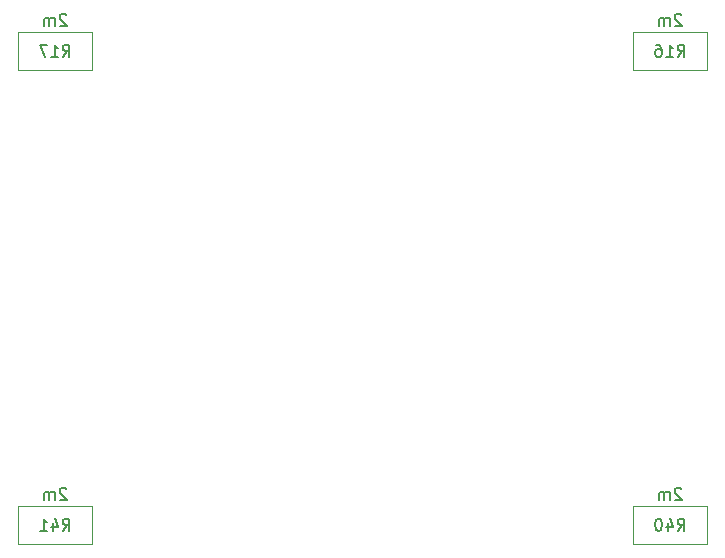
<source format=gbr>
%TF.GenerationSoftware,KiCad,Pcbnew,7.0.2-0*%
%TF.CreationDate,2023-05-17T12:13:59+02:00*%
%TF.ProjectId,main,6d61696e-2e6b-4696-9361-645f70636258,v.1.2.0*%
%TF.SameCoordinates,Original*%
%TF.FileFunction,AssemblyDrawing,Bot*%
%FSLAX46Y46*%
G04 Gerber Fmt 4.6, Leading zero omitted, Abs format (unit mm)*
G04 Created by KiCad (PCBNEW 7.0.2-0) date 2023-05-17 12:13:59*
%MOMM*%
%LPD*%
G01*
G04 APERTURE LIST*
%ADD10C,0.150000*%
%ADD11C,0.100000*%
G04 APERTURE END LIST*
D10*
%TO.C,R40*%
X182562380Y-99553857D02*
X182514761Y-99506238D01*
X182514761Y-99506238D02*
X182419523Y-99458619D01*
X182419523Y-99458619D02*
X182181428Y-99458619D01*
X182181428Y-99458619D02*
X182086190Y-99506238D01*
X182086190Y-99506238D02*
X182038571Y-99553857D01*
X182038571Y-99553857D02*
X181990952Y-99649095D01*
X181990952Y-99649095D02*
X181990952Y-99744333D01*
X181990952Y-99744333D02*
X182038571Y-99887190D01*
X182038571Y-99887190D02*
X182609999Y-100458619D01*
X182609999Y-100458619D02*
X181990952Y-100458619D01*
X181562380Y-100458619D02*
X181562380Y-99791952D01*
X181562380Y-99887190D02*
X181514761Y-99839571D01*
X181514761Y-99839571D02*
X181419523Y-99791952D01*
X181419523Y-99791952D02*
X181276666Y-99791952D01*
X181276666Y-99791952D02*
X181181428Y-99839571D01*
X181181428Y-99839571D02*
X181133809Y-99934809D01*
X181133809Y-99934809D02*
X181133809Y-100458619D01*
X181133809Y-99934809D02*
X181086190Y-99839571D01*
X181086190Y-99839571D02*
X180990952Y-99791952D01*
X180990952Y-99791952D02*
X180848095Y-99791952D01*
X180848095Y-99791952D02*
X180752856Y-99839571D01*
X180752856Y-99839571D02*
X180705237Y-99934809D01*
X180705237Y-99934809D02*
X180705237Y-100458619D01*
X182252857Y-103078619D02*
X182586190Y-102602428D01*
X182824285Y-103078619D02*
X182824285Y-102078619D01*
X182824285Y-102078619D02*
X182443333Y-102078619D01*
X182443333Y-102078619D02*
X182348095Y-102126238D01*
X182348095Y-102126238D02*
X182300476Y-102173857D01*
X182300476Y-102173857D02*
X182252857Y-102269095D01*
X182252857Y-102269095D02*
X182252857Y-102411952D01*
X182252857Y-102411952D02*
X182300476Y-102507190D01*
X182300476Y-102507190D02*
X182348095Y-102554809D01*
X182348095Y-102554809D02*
X182443333Y-102602428D01*
X182443333Y-102602428D02*
X182824285Y-102602428D01*
X181395714Y-102411952D02*
X181395714Y-103078619D01*
X181633809Y-102031000D02*
X181871904Y-102745285D01*
X181871904Y-102745285D02*
X181252857Y-102745285D01*
X180681428Y-102078619D02*
X180586190Y-102078619D01*
X180586190Y-102078619D02*
X180490952Y-102126238D01*
X180490952Y-102126238D02*
X180443333Y-102173857D01*
X180443333Y-102173857D02*
X180395714Y-102269095D01*
X180395714Y-102269095D02*
X180348095Y-102459571D01*
X180348095Y-102459571D02*
X180348095Y-102697666D01*
X180348095Y-102697666D02*
X180395714Y-102888142D01*
X180395714Y-102888142D02*
X180443333Y-102983380D01*
X180443333Y-102983380D02*
X180490952Y-103031000D01*
X180490952Y-103031000D02*
X180586190Y-103078619D01*
X180586190Y-103078619D02*
X180681428Y-103078619D01*
X180681428Y-103078619D02*
X180776666Y-103031000D01*
X180776666Y-103031000D02*
X180824285Y-102983380D01*
X180824285Y-102983380D02*
X180871904Y-102888142D01*
X180871904Y-102888142D02*
X180919523Y-102697666D01*
X180919523Y-102697666D02*
X180919523Y-102459571D01*
X180919523Y-102459571D02*
X180871904Y-102269095D01*
X180871904Y-102269095D02*
X180824285Y-102173857D01*
X180824285Y-102173857D02*
X180776666Y-102126238D01*
X180776666Y-102126238D02*
X180681428Y-102078619D01*
%TO.C,R41*%
X130492380Y-99553857D02*
X130444761Y-99506238D01*
X130444761Y-99506238D02*
X130349523Y-99458619D01*
X130349523Y-99458619D02*
X130111428Y-99458619D01*
X130111428Y-99458619D02*
X130016190Y-99506238D01*
X130016190Y-99506238D02*
X129968571Y-99553857D01*
X129968571Y-99553857D02*
X129920952Y-99649095D01*
X129920952Y-99649095D02*
X129920952Y-99744333D01*
X129920952Y-99744333D02*
X129968571Y-99887190D01*
X129968571Y-99887190D02*
X130539999Y-100458619D01*
X130539999Y-100458619D02*
X129920952Y-100458619D01*
X129492380Y-100458619D02*
X129492380Y-99791952D01*
X129492380Y-99887190D02*
X129444761Y-99839571D01*
X129444761Y-99839571D02*
X129349523Y-99791952D01*
X129349523Y-99791952D02*
X129206666Y-99791952D01*
X129206666Y-99791952D02*
X129111428Y-99839571D01*
X129111428Y-99839571D02*
X129063809Y-99934809D01*
X129063809Y-99934809D02*
X129063809Y-100458619D01*
X129063809Y-99934809D02*
X129016190Y-99839571D01*
X129016190Y-99839571D02*
X128920952Y-99791952D01*
X128920952Y-99791952D02*
X128778095Y-99791952D01*
X128778095Y-99791952D02*
X128682856Y-99839571D01*
X128682856Y-99839571D02*
X128635237Y-99934809D01*
X128635237Y-99934809D02*
X128635237Y-100458619D01*
X130182857Y-103078619D02*
X130516190Y-102602428D01*
X130754285Y-103078619D02*
X130754285Y-102078619D01*
X130754285Y-102078619D02*
X130373333Y-102078619D01*
X130373333Y-102078619D02*
X130278095Y-102126238D01*
X130278095Y-102126238D02*
X130230476Y-102173857D01*
X130230476Y-102173857D02*
X130182857Y-102269095D01*
X130182857Y-102269095D02*
X130182857Y-102411952D01*
X130182857Y-102411952D02*
X130230476Y-102507190D01*
X130230476Y-102507190D02*
X130278095Y-102554809D01*
X130278095Y-102554809D02*
X130373333Y-102602428D01*
X130373333Y-102602428D02*
X130754285Y-102602428D01*
X129325714Y-102411952D02*
X129325714Y-103078619D01*
X129563809Y-102031000D02*
X129801904Y-102745285D01*
X129801904Y-102745285D02*
X129182857Y-102745285D01*
X128278095Y-103078619D02*
X128849523Y-103078619D01*
X128563809Y-103078619D02*
X128563809Y-102078619D01*
X128563809Y-102078619D02*
X128659047Y-102221476D01*
X128659047Y-102221476D02*
X128754285Y-102316714D01*
X128754285Y-102316714D02*
X128849523Y-102364333D01*
%TO.C,R16*%
X182562380Y-59421857D02*
X182514761Y-59374238D01*
X182514761Y-59374238D02*
X182419523Y-59326619D01*
X182419523Y-59326619D02*
X182181428Y-59326619D01*
X182181428Y-59326619D02*
X182086190Y-59374238D01*
X182086190Y-59374238D02*
X182038571Y-59421857D01*
X182038571Y-59421857D02*
X181990952Y-59517095D01*
X181990952Y-59517095D02*
X181990952Y-59612333D01*
X181990952Y-59612333D02*
X182038571Y-59755190D01*
X182038571Y-59755190D02*
X182609999Y-60326619D01*
X182609999Y-60326619D02*
X181990952Y-60326619D01*
X181562380Y-60326619D02*
X181562380Y-59659952D01*
X181562380Y-59755190D02*
X181514761Y-59707571D01*
X181514761Y-59707571D02*
X181419523Y-59659952D01*
X181419523Y-59659952D02*
X181276666Y-59659952D01*
X181276666Y-59659952D02*
X181181428Y-59707571D01*
X181181428Y-59707571D02*
X181133809Y-59802809D01*
X181133809Y-59802809D02*
X181133809Y-60326619D01*
X181133809Y-59802809D02*
X181086190Y-59707571D01*
X181086190Y-59707571D02*
X180990952Y-59659952D01*
X180990952Y-59659952D02*
X180848095Y-59659952D01*
X180848095Y-59659952D02*
X180752856Y-59707571D01*
X180752856Y-59707571D02*
X180705237Y-59802809D01*
X180705237Y-59802809D02*
X180705237Y-60326619D01*
X182252857Y-62946619D02*
X182586190Y-62470428D01*
X182824285Y-62946619D02*
X182824285Y-61946619D01*
X182824285Y-61946619D02*
X182443333Y-61946619D01*
X182443333Y-61946619D02*
X182348095Y-61994238D01*
X182348095Y-61994238D02*
X182300476Y-62041857D01*
X182300476Y-62041857D02*
X182252857Y-62137095D01*
X182252857Y-62137095D02*
X182252857Y-62279952D01*
X182252857Y-62279952D02*
X182300476Y-62375190D01*
X182300476Y-62375190D02*
X182348095Y-62422809D01*
X182348095Y-62422809D02*
X182443333Y-62470428D01*
X182443333Y-62470428D02*
X182824285Y-62470428D01*
X181300476Y-62946619D02*
X181871904Y-62946619D01*
X181586190Y-62946619D02*
X181586190Y-61946619D01*
X181586190Y-61946619D02*
X181681428Y-62089476D01*
X181681428Y-62089476D02*
X181776666Y-62184714D01*
X181776666Y-62184714D02*
X181871904Y-62232333D01*
X180443333Y-61946619D02*
X180633809Y-61946619D01*
X180633809Y-61946619D02*
X180729047Y-61994238D01*
X180729047Y-61994238D02*
X180776666Y-62041857D01*
X180776666Y-62041857D02*
X180871904Y-62184714D01*
X180871904Y-62184714D02*
X180919523Y-62375190D01*
X180919523Y-62375190D02*
X180919523Y-62756142D01*
X180919523Y-62756142D02*
X180871904Y-62851380D01*
X180871904Y-62851380D02*
X180824285Y-62899000D01*
X180824285Y-62899000D02*
X180729047Y-62946619D01*
X180729047Y-62946619D02*
X180538571Y-62946619D01*
X180538571Y-62946619D02*
X180443333Y-62899000D01*
X180443333Y-62899000D02*
X180395714Y-62851380D01*
X180395714Y-62851380D02*
X180348095Y-62756142D01*
X180348095Y-62756142D02*
X180348095Y-62518047D01*
X180348095Y-62518047D02*
X180395714Y-62422809D01*
X180395714Y-62422809D02*
X180443333Y-62375190D01*
X180443333Y-62375190D02*
X180538571Y-62327571D01*
X180538571Y-62327571D02*
X180729047Y-62327571D01*
X180729047Y-62327571D02*
X180824285Y-62375190D01*
X180824285Y-62375190D02*
X180871904Y-62422809D01*
X180871904Y-62422809D02*
X180919523Y-62518047D01*
%TO.C,R17*%
X130492380Y-59421857D02*
X130444761Y-59374238D01*
X130444761Y-59374238D02*
X130349523Y-59326619D01*
X130349523Y-59326619D02*
X130111428Y-59326619D01*
X130111428Y-59326619D02*
X130016190Y-59374238D01*
X130016190Y-59374238D02*
X129968571Y-59421857D01*
X129968571Y-59421857D02*
X129920952Y-59517095D01*
X129920952Y-59517095D02*
X129920952Y-59612333D01*
X129920952Y-59612333D02*
X129968571Y-59755190D01*
X129968571Y-59755190D02*
X130539999Y-60326619D01*
X130539999Y-60326619D02*
X129920952Y-60326619D01*
X129492380Y-60326619D02*
X129492380Y-59659952D01*
X129492380Y-59755190D02*
X129444761Y-59707571D01*
X129444761Y-59707571D02*
X129349523Y-59659952D01*
X129349523Y-59659952D02*
X129206666Y-59659952D01*
X129206666Y-59659952D02*
X129111428Y-59707571D01*
X129111428Y-59707571D02*
X129063809Y-59802809D01*
X129063809Y-59802809D02*
X129063809Y-60326619D01*
X129063809Y-59802809D02*
X129016190Y-59707571D01*
X129016190Y-59707571D02*
X128920952Y-59659952D01*
X128920952Y-59659952D02*
X128778095Y-59659952D01*
X128778095Y-59659952D02*
X128682856Y-59707571D01*
X128682856Y-59707571D02*
X128635237Y-59802809D01*
X128635237Y-59802809D02*
X128635237Y-60326619D01*
X130182857Y-62946619D02*
X130516190Y-62470428D01*
X130754285Y-62946619D02*
X130754285Y-61946619D01*
X130754285Y-61946619D02*
X130373333Y-61946619D01*
X130373333Y-61946619D02*
X130278095Y-61994238D01*
X130278095Y-61994238D02*
X130230476Y-62041857D01*
X130230476Y-62041857D02*
X130182857Y-62137095D01*
X130182857Y-62137095D02*
X130182857Y-62279952D01*
X130182857Y-62279952D02*
X130230476Y-62375190D01*
X130230476Y-62375190D02*
X130278095Y-62422809D01*
X130278095Y-62422809D02*
X130373333Y-62470428D01*
X130373333Y-62470428D02*
X130754285Y-62470428D01*
X129230476Y-62946619D02*
X129801904Y-62946619D01*
X129516190Y-62946619D02*
X129516190Y-61946619D01*
X129516190Y-61946619D02*
X129611428Y-62089476D01*
X129611428Y-62089476D02*
X129706666Y-62184714D01*
X129706666Y-62184714D02*
X129801904Y-62232333D01*
X128897142Y-61946619D02*
X128230476Y-61946619D01*
X128230476Y-61946619D02*
X128659047Y-62946619D01*
D11*
%TO.C,R40*%
X178460000Y-101016000D02*
X178460000Y-104216000D01*
X178460000Y-104216000D02*
X184760000Y-104216000D01*
X184760000Y-101016000D02*
X178460000Y-101016000D01*
X184760000Y-104216000D02*
X184760000Y-101016000D01*
%TO.C,R41*%
X126390000Y-101016000D02*
X126390000Y-104216000D01*
X126390000Y-104216000D02*
X132690000Y-104216000D01*
X132690000Y-101016000D02*
X126390000Y-101016000D01*
X132690000Y-104216000D02*
X132690000Y-101016000D01*
%TO.C,R16*%
X178460000Y-60884000D02*
X178460000Y-64084000D01*
X178460000Y-64084000D02*
X184760000Y-64084000D01*
X184760000Y-60884000D02*
X178460000Y-60884000D01*
X184760000Y-64084000D02*
X184760000Y-60884000D01*
%TO.C,R17*%
X126390000Y-60884000D02*
X126390000Y-64084000D01*
X126390000Y-64084000D02*
X132690000Y-64084000D01*
X132690000Y-60884000D02*
X126390000Y-60884000D01*
X132690000Y-64084000D02*
X132690000Y-60884000D01*
%TD*%
M02*

</source>
